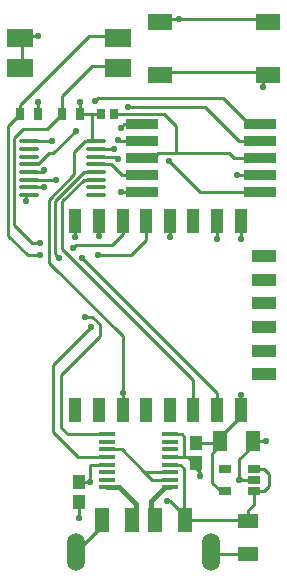
<source format=gtl>
G04 Layer_Physical_Order=1*
G04 Layer_Color=25308*
%FSLAX25Y25*%
%MOIN*%
G70*
G01*
G75*
%ADD10R,0.07874X0.04331*%
%ADD11R,0.04331X0.07874*%
%ADD12R,0.04724X0.07874*%
%ADD13R,0.08268X0.05512*%
%ADD14R,0.04331X0.04921*%
%ADD15R,0.03150X0.03937*%
%ADD16R,0.08504X0.06000*%
%ADD17R,0.04331X0.02559*%
%ADD18R,0.07087X0.05118*%
%ADD19R,0.05118X0.07087*%
%ADD20R,0.02756X0.03347*%
%ADD21R,0.11024X0.03543*%
%ADD22R,0.05500X0.01500*%
%ADD23O,0.06693X0.01378*%
%ADD24C,0.01000*%
%ADD25C,0.01500*%
%ADD26O,0.05906X0.12598*%
%ADD27C,0.02200*%
D10*
X431807Y347539D02*
D03*
Y355413D02*
D03*
Y363287D02*
D03*
Y371161D02*
D03*
Y339665D02*
D03*
Y331791D02*
D03*
D11*
X376689Y382972D02*
D03*
X384563D02*
D03*
X392437D02*
D03*
X400311D02*
D03*
X408185D02*
D03*
X416059D02*
D03*
X368815D02*
D03*
X416059Y319980D02*
D03*
X408185D02*
D03*
X400311D02*
D03*
X392437D02*
D03*
X384563D02*
D03*
X376689D02*
D03*
X368815D02*
D03*
X423933D02*
D03*
Y382972D02*
D03*
D12*
X395437Y283236D02*
D03*
X387563D02*
D03*
X377720D02*
D03*
X405279D02*
D03*
D13*
X432913Y449335D02*
D03*
X397087D02*
D03*
Y431618D02*
D03*
X432913D02*
D03*
D14*
X370000Y289130D02*
D03*
Y295823D02*
D03*
X409000Y308823D02*
D03*
Y302130D02*
D03*
D15*
X364547Y418476D02*
D03*
X370453D02*
D03*
X350547D02*
D03*
X356453D02*
D03*
D16*
X383000Y433976D02*
D03*
Y443976D02*
D03*
X350480Y433976D02*
D03*
Y443976D02*
D03*
D17*
X418776Y292736D02*
D03*
Y300217D02*
D03*
X428224D02*
D03*
Y296476D02*
D03*
Y292736D02*
D03*
D18*
X426500Y282988D02*
D03*
Y271965D02*
D03*
D19*
X416988Y309476D02*
D03*
X428012D02*
D03*
D20*
X381764Y418476D02*
D03*
X377236D02*
D03*
D21*
X391130Y392476D02*
D03*
Y398146D02*
D03*
Y403815D02*
D03*
Y409484D02*
D03*
Y415154D02*
D03*
X430500D02*
D03*
Y409484D02*
D03*
Y403815D02*
D03*
Y398146D02*
D03*
Y392476D02*
D03*
D22*
X400500Y311726D02*
D03*
Y309226D02*
D03*
Y306726D02*
D03*
Y304226D02*
D03*
Y301676D02*
D03*
Y299176D02*
D03*
Y296676D02*
D03*
Y294176D02*
D03*
X379500D02*
D03*
Y296676D02*
D03*
Y299176D02*
D03*
Y301676D02*
D03*
Y304226D02*
D03*
Y306726D02*
D03*
Y309226D02*
D03*
Y311726D02*
D03*
D23*
X353279Y409433D02*
D03*
Y406874D02*
D03*
Y404315D02*
D03*
Y401756D02*
D03*
Y399197D02*
D03*
Y396638D02*
D03*
Y394079D02*
D03*
Y391520D02*
D03*
X375721Y409433D02*
D03*
Y406874D02*
D03*
Y404315D02*
D03*
Y401756D02*
D03*
Y399197D02*
D03*
Y396638D02*
D03*
Y394079D02*
D03*
Y391520D02*
D03*
D24*
X361500Y334976D02*
X374000Y347476D01*
X361500Y312476D02*
Y334976D01*
X364000Y331476D02*
X377000Y344476D01*
Y348476D01*
X374500Y350976D02*
X377000Y348476D01*
X372000Y350976D02*
X374500D01*
X368000Y373976D02*
X369000Y374976D01*
X381000D01*
X354500Y375476D02*
X357000D01*
X371000Y370476D02*
X416059Y325417D01*
Y319980D02*
Y325417D01*
X376500Y371476D02*
X387500D01*
X353000D02*
X357000D01*
X368815Y377661D02*
Y382972D01*
X376689Y377787D02*
Y382972D01*
X384563Y325413D02*
Y344413D01*
X360000Y368976D02*
X384563Y344413D01*
X360000Y368976D02*
Y389976D01*
X364500Y389476D02*
X371661Y396638D01*
X364500Y373476D02*
Y389476D01*
Y373476D02*
X408185Y329791D01*
X362000Y371976D02*
X363500Y370476D01*
X362000Y371976D02*
Y389476D01*
X408185Y319980D02*
Y329791D01*
X353476Y396638D02*
X362500D01*
X361500Y405476D02*
X369000Y412976D01*
X360000Y405476D02*
X361500D01*
X356279Y401756D02*
X360000Y405476D01*
X353476Y401756D02*
X356279D01*
X360000Y389976D02*
X368500Y398476D01*
Y405976D01*
X371661Y396638D02*
X375524D01*
X362000Y389476D02*
X371721Y399197D01*
X375524D01*
X374524Y409433D02*
Y418453D01*
Y409433D02*
X375524D01*
X371957D02*
X374524D01*
X368500Y405976D02*
X371957Y409433D01*
X375500Y422976D02*
X376500Y423976D01*
X383492Y409484D02*
X391130D01*
X383000Y409976D02*
X383492Y409484D01*
X382161Y404315D02*
X383000Y403476D01*
X375524Y404315D02*
X382161D01*
X364547Y424524D02*
X374500Y434476D01*
X364547Y418476D02*
Y424524D01*
X374500Y434476D02*
X383500D01*
X402500Y405476D02*
X420000D01*
X396500D02*
X402500D01*
Y414476D01*
X398500Y418476D02*
X402500Y414476D01*
X381764Y418476D02*
X398500D01*
X400000Y402976D02*
X410500Y392476D01*
X421661Y403815D02*
X430500D01*
X420000Y405476D02*
X421661Y403815D01*
X394839D02*
X396500Y405476D01*
X391130Y403815D02*
X394839D01*
X422831Y398146D02*
X430500D01*
X353476Y409433D02*
X360957D01*
X353476Y399197D02*
X358279D01*
X353476Y394079D02*
X358398D01*
X384000Y413976D02*
X385177Y415154D01*
X391130D01*
X410500Y392476D02*
X430500D01*
X375524Y406874D02*
X381602D01*
X384000Y392476D02*
X391130D01*
X422933Y316910D02*
Y322043D01*
X423933Y319980D02*
Y325043D01*
X384563Y319980D02*
Y325413D01*
X370453Y418476D02*
Y422429D01*
X356453Y418476D02*
Y422429D01*
X387500Y371476D02*
X392437Y376413D01*
Y382972D01*
X381000Y374976D02*
X384563Y378539D01*
Y382972D01*
X370476Y418453D02*
X374524D01*
X377213D01*
X350547Y418476D02*
Y421524D01*
X373500Y444476D01*
X383500D01*
X350980D02*
X356500D01*
X350980Y434476D02*
Y444476D01*
X403500Y450335D02*
X431413D01*
X395587D02*
X403500D01*
X352476Y389500D02*
Y391520D01*
X423933Y376909D02*
Y382972D01*
X416059Y377035D02*
Y382972D01*
X431413Y427563D02*
Y432618D01*
X395587D02*
X431413D01*
X400311Y377665D02*
Y382972D01*
X416988Y310965D02*
X422933Y316910D01*
X416988Y309476D02*
Y310965D01*
X369059Y272500D02*
X377720Y281161D01*
Y283236D01*
X423500Y297476D02*
X424500Y296476D01*
X423500D02*
Y297476D01*
X428012Y309476D02*
X432500D01*
X416988Y307965D02*
Y309476D01*
X407500Y308823D02*
X416335D01*
X414476Y271965D02*
X426500D01*
X414500Y305476D02*
X416988Y307965D01*
X414500Y295476D02*
Y305476D01*
Y295476D02*
X417240Y292736D01*
X418776D01*
X428012Y307988D02*
Y309476D01*
X423500Y303476D02*
X428012Y307988D01*
X423500Y297476D02*
Y303476D01*
X424500Y296476D02*
X428224D01*
X433500Y294476D02*
Y298476D01*
X431760Y300217D02*
X433500Y298476D01*
X428224Y300217D02*
X431760D01*
X428224Y292736D02*
X431760D01*
X433500Y294476D01*
X428224Y288201D02*
Y292736D01*
X426500Y286476D02*
X428224Y288201D01*
X426500Y282988D02*
Y286476D01*
X405279Y283236D02*
X426252D01*
X370130Y283846D02*
Y289000D01*
X370000Y295823D02*
X373847D01*
X364000Y313976D02*
Y331476D01*
Y313976D02*
X366250Y311726D01*
X379500D01*
X361500Y312476D02*
X369750Y304226D01*
X379500D01*
X406403D02*
X408500Y302130D01*
X400500Y311726D02*
X404250D01*
X405000Y310976D01*
Y304226D02*
Y310976D01*
X400500Y304226D02*
X405000D01*
X406403D01*
X379500Y306726D02*
X384250D01*
X391800Y299176D01*
X400500D01*
X373700Y301676D02*
X379500D01*
X373700Y295969D02*
Y301676D01*
Y295969D02*
X373847Y295823D01*
X394300Y296676D02*
X400500D01*
X391800Y299176D02*
X394300Y296676D01*
X407500Y302130D02*
X410500Y299130D01*
Y297976D02*
Y299130D01*
X400500Y301676D02*
X403800D01*
X405000Y300476D01*
Y283516D02*
Y300476D01*
Y283516D02*
X405279Y283236D01*
X399500Y289476D02*
X400500D01*
X405000Y284976D01*
Y283516D02*
Y284976D01*
X348500Y381476D02*
X354500Y375476D01*
X346500Y377976D02*
X353000Y371476D01*
X346500Y377976D02*
Y414429D01*
X350547Y418476D01*
X348500Y381476D02*
Y410476D01*
X351500Y413476D01*
X359547D01*
X364547Y418476D01*
X375524Y401756D02*
X380720D01*
X384331Y398146D01*
X391130D01*
X376500Y423976D02*
X418000D01*
X426823Y415154D01*
X430500D01*
X423492Y409484D02*
X430500D01*
X386500Y420976D02*
X412000D01*
X423492Y409484D01*
D25*
X394000Y284673D02*
X395437Y283236D01*
X379500Y294176D02*
X383300D01*
X387563Y283236D02*
X389000Y284673D01*
Y288476D01*
X383300Y294176D02*
X389000Y288476D01*
X394000Y284673D02*
Y289476D01*
X398700Y294176D01*
X400500D01*
D26*
X369059Y272500D02*
D03*
X413941D02*
D03*
D27*
X374000Y347476D02*
D03*
X372000Y350976D02*
D03*
X368000Y373976D02*
D03*
X357000Y375476D02*
D03*
X371000Y370476D02*
D03*
X376500Y371476D02*
D03*
X357000D02*
D03*
X368815Y377661D02*
D03*
X376689Y377787D02*
D03*
X363500Y370476D02*
D03*
X362500Y396638D02*
D03*
X358500Y399976D02*
D03*
X386500Y420976D02*
D03*
X375500Y422976D02*
D03*
X369000Y412976D02*
D03*
X383000Y409976D02*
D03*
X381602Y406874D02*
D03*
X383000Y403476D02*
D03*
X400000Y402976D02*
D03*
X422831Y398146D02*
D03*
X360957Y409433D02*
D03*
X358398Y394079D02*
D03*
X384000Y413976D02*
D03*
Y392476D02*
D03*
X423933Y325043D02*
D03*
X384563Y325413D02*
D03*
X370453Y422429D02*
D03*
X356453D02*
D03*
X356500Y444476D02*
D03*
X403500Y450335D02*
D03*
X352476Y389500D02*
D03*
X423933Y376909D02*
D03*
X416059Y377035D02*
D03*
X431413Y427563D02*
D03*
X400311Y377665D02*
D03*
X423500Y296476D02*
D03*
X432500Y309476D02*
D03*
X370130Y283846D02*
D03*
X399500Y289476D02*
D03*
X373847Y295823D02*
D03*
X410500Y297976D02*
D03*
M02*

</source>
